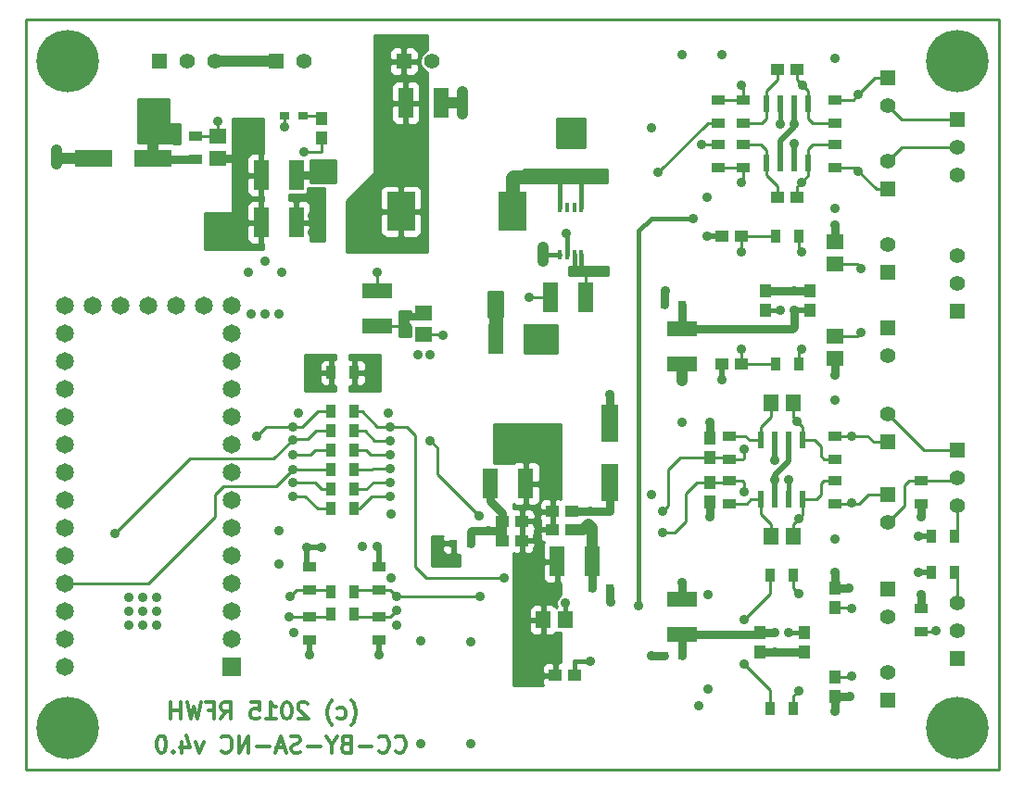
<source format=gbl>
G04 (created by PCBNEW (2013-07-07 BZR 4022)-stable) date 5/10/2015 2:36:51 PM*
%MOIN*%
G04 Gerber Fmt 3.4, Leading zero omitted, Abs format*
%FSLAX34Y34*%
G01*
G70*
G90*
G04 APERTURE LIST*
%ADD10C,0.006*%
%ADD11C,0.012*%
%ADD12C,0.01*%
%ADD13C,0.035*%
%ADD14R,0.0472441X0.0354331*%
%ADD15R,0.0354331X0.0472441*%
%ADD16R,0.0354331X0.0314961*%
%ADD17R,0.023622X0.0610236*%
%ADD18R,0.065X0.065*%
%ADD19C,0.065*%
%ADD20R,0.055X0.055*%
%ADD21C,0.055*%
%ADD22R,0.1X0.14*%
%ADD23R,0.0165354X0.0354331*%
%ADD24R,0.110236X0.0531496*%
%ADD25R,0.0531496X0.110236*%
%ADD26R,0.0610236X0.0531496*%
%ADD27R,0.0531496X0.0610236*%
%ADD28R,0.0452756X0.0433071*%
%ADD29R,0.0433071X0.0452756*%
%ADD30R,0.137795X0.0629921*%
%ADD31R,0.0629921X0.137795*%
%ADD32R,0.0314961X0.0314961*%
%ADD33C,0.224409*%
%ADD34C,0.02*%
%ADD35C,0.025*%
%ADD36C,0.03*%
%ADD37C,0.015*%
%ADD38C,0.04*%
%ADD39C,0.05*%
G04 APERTURE END LIST*
G54D10*
G54D11*
X51304Y-54325D02*
X51332Y-54354D01*
X51418Y-54382D01*
X51475Y-54382D01*
X51561Y-54354D01*
X51618Y-54297D01*
X51647Y-54240D01*
X51675Y-54125D01*
X51675Y-54040D01*
X51647Y-53925D01*
X51618Y-53868D01*
X51561Y-53811D01*
X51475Y-53782D01*
X51418Y-53782D01*
X51332Y-53811D01*
X51304Y-53840D01*
X50704Y-54325D02*
X50732Y-54354D01*
X50818Y-54382D01*
X50875Y-54382D01*
X50961Y-54354D01*
X51018Y-54297D01*
X51047Y-54240D01*
X51075Y-54125D01*
X51075Y-54040D01*
X51047Y-53925D01*
X51018Y-53868D01*
X50961Y-53811D01*
X50875Y-53782D01*
X50818Y-53782D01*
X50732Y-53811D01*
X50704Y-53840D01*
X50447Y-54154D02*
X49990Y-54154D01*
X49504Y-54068D02*
X49418Y-54097D01*
X49390Y-54125D01*
X49361Y-54182D01*
X49361Y-54268D01*
X49390Y-54325D01*
X49418Y-54354D01*
X49475Y-54382D01*
X49704Y-54382D01*
X49704Y-53782D01*
X49504Y-53782D01*
X49447Y-53811D01*
X49418Y-53840D01*
X49390Y-53897D01*
X49390Y-53954D01*
X49418Y-54011D01*
X49447Y-54040D01*
X49504Y-54068D01*
X49704Y-54068D01*
X48990Y-54097D02*
X48990Y-54382D01*
X49190Y-53782D02*
X48990Y-54097D01*
X48790Y-53782D01*
X48590Y-54154D02*
X48132Y-54154D01*
X47875Y-54354D02*
X47790Y-54382D01*
X47647Y-54382D01*
X47590Y-54354D01*
X47561Y-54325D01*
X47532Y-54268D01*
X47532Y-54211D01*
X47561Y-54154D01*
X47590Y-54125D01*
X47647Y-54097D01*
X47761Y-54068D01*
X47818Y-54040D01*
X47847Y-54011D01*
X47875Y-53954D01*
X47875Y-53897D01*
X47847Y-53840D01*
X47818Y-53811D01*
X47761Y-53782D01*
X47618Y-53782D01*
X47532Y-53811D01*
X47304Y-54211D02*
X47018Y-54211D01*
X47361Y-54382D02*
X47161Y-53782D01*
X46961Y-54382D01*
X46761Y-54154D02*
X46304Y-54154D01*
X46018Y-54382D02*
X46018Y-53782D01*
X45675Y-54382D01*
X45675Y-53782D01*
X45047Y-54325D02*
X45075Y-54354D01*
X45161Y-54382D01*
X45218Y-54382D01*
X45304Y-54354D01*
X45361Y-54297D01*
X45390Y-54240D01*
X45418Y-54125D01*
X45418Y-54040D01*
X45390Y-53925D01*
X45361Y-53868D01*
X45304Y-53811D01*
X45218Y-53782D01*
X45161Y-53782D01*
X45075Y-53811D01*
X45047Y-53840D01*
X44390Y-53982D02*
X44247Y-54382D01*
X44104Y-53982D01*
X43618Y-53982D02*
X43618Y-54382D01*
X43761Y-53754D02*
X43904Y-54182D01*
X43532Y-54182D01*
X43304Y-54325D02*
X43275Y-54354D01*
X43304Y-54382D01*
X43332Y-54354D01*
X43304Y-54325D01*
X43304Y-54382D01*
X42904Y-53782D02*
X42847Y-53782D01*
X42789Y-53811D01*
X42761Y-53840D01*
X42732Y-53897D01*
X42704Y-54011D01*
X42704Y-54154D01*
X42732Y-54268D01*
X42761Y-54325D01*
X42789Y-54354D01*
X42847Y-54382D01*
X42904Y-54382D01*
X42961Y-54354D01*
X42989Y-54325D01*
X43018Y-54268D01*
X43047Y-54154D01*
X43047Y-54011D01*
X43018Y-53897D01*
X42989Y-53840D01*
X42961Y-53811D01*
X42904Y-53782D01*
X49707Y-53401D02*
X49735Y-53372D01*
X49792Y-53287D01*
X49821Y-53230D01*
X49850Y-53144D01*
X49878Y-53001D01*
X49878Y-52887D01*
X49850Y-52744D01*
X49821Y-52658D01*
X49792Y-52601D01*
X49735Y-52515D01*
X49707Y-52487D01*
X49221Y-53144D02*
X49278Y-53172D01*
X49392Y-53172D01*
X49450Y-53144D01*
X49478Y-53115D01*
X49507Y-53058D01*
X49507Y-52887D01*
X49478Y-52830D01*
X49450Y-52801D01*
X49392Y-52772D01*
X49278Y-52772D01*
X49221Y-52801D01*
X49021Y-53401D02*
X48992Y-53372D01*
X48935Y-53287D01*
X48907Y-53230D01*
X48878Y-53144D01*
X48850Y-53001D01*
X48850Y-52887D01*
X48878Y-52744D01*
X48907Y-52658D01*
X48935Y-52601D01*
X48992Y-52515D01*
X49021Y-52487D01*
X48135Y-52630D02*
X48107Y-52601D01*
X48050Y-52572D01*
X47907Y-52572D01*
X47850Y-52601D01*
X47821Y-52630D01*
X47792Y-52687D01*
X47792Y-52744D01*
X47821Y-52830D01*
X48164Y-53172D01*
X47792Y-53172D01*
X47421Y-52572D02*
X47364Y-52572D01*
X47307Y-52601D01*
X47278Y-52630D01*
X47250Y-52687D01*
X47221Y-52801D01*
X47221Y-52944D01*
X47250Y-53058D01*
X47278Y-53115D01*
X47307Y-53144D01*
X47364Y-53172D01*
X47421Y-53172D01*
X47478Y-53144D01*
X47507Y-53115D01*
X47535Y-53058D01*
X47564Y-52944D01*
X47564Y-52801D01*
X47535Y-52687D01*
X47507Y-52630D01*
X47478Y-52601D01*
X47421Y-52572D01*
X46649Y-53172D02*
X46992Y-53172D01*
X46821Y-53172D02*
X46821Y-52572D01*
X46878Y-52658D01*
X46935Y-52715D01*
X46992Y-52744D01*
X46107Y-52572D02*
X46392Y-52572D01*
X46421Y-52858D01*
X46392Y-52830D01*
X46335Y-52801D01*
X46192Y-52801D01*
X46135Y-52830D01*
X46107Y-52858D01*
X46078Y-52915D01*
X46078Y-53058D01*
X46107Y-53115D01*
X46135Y-53144D01*
X46192Y-53172D01*
X46335Y-53172D01*
X46392Y-53144D01*
X46421Y-53115D01*
X45021Y-53172D02*
X45221Y-52887D01*
X45364Y-53172D02*
X45364Y-52572D01*
X45135Y-52572D01*
X45078Y-52601D01*
X45049Y-52630D01*
X45021Y-52687D01*
X45021Y-52772D01*
X45049Y-52830D01*
X45078Y-52858D01*
X45135Y-52887D01*
X45364Y-52887D01*
X44564Y-52858D02*
X44764Y-52858D01*
X44764Y-53172D02*
X44764Y-52572D01*
X44478Y-52572D01*
X44307Y-52572D02*
X44164Y-53172D01*
X44049Y-52744D01*
X43935Y-53172D01*
X43792Y-52572D01*
X43564Y-53172D02*
X43564Y-52572D01*
X43564Y-52858D02*
X43221Y-52858D01*
X43221Y-53172D02*
X43221Y-52572D01*
G54D12*
X38000Y-28000D02*
X73000Y-28000D01*
X38000Y-55000D02*
X38000Y-28000D01*
X73000Y-55000D02*
X38000Y-55000D01*
X73000Y-28000D02*
X73000Y-55000D01*
G54D13*
X55800Y-49850D03*
X55800Y-49400D03*
X55800Y-50300D03*
X55800Y-50750D03*
X55800Y-51650D03*
X55800Y-51200D03*
X56300Y-51200D03*
X56300Y-51650D03*
X56300Y-50750D03*
X56300Y-50300D03*
X56400Y-47950D03*
X56400Y-47050D03*
X56400Y-47500D03*
X56400Y-46150D03*
X56400Y-45700D03*
X56400Y-46600D03*
X56900Y-45150D03*
X42700Y-48800D03*
X42700Y-49300D03*
X42700Y-49800D03*
X42200Y-49800D03*
X42200Y-49300D03*
X42200Y-48800D03*
X56600Y-36700D03*
X56600Y-36200D03*
X57950Y-31750D03*
X57250Y-31750D03*
X50650Y-37100D03*
X56100Y-38000D03*
X56900Y-39850D03*
X56900Y-39150D03*
X50900Y-33100D03*
X50900Y-33750D03*
X52050Y-32100D03*
X51450Y-32100D03*
X50900Y-32500D03*
X50900Y-30600D03*
X50900Y-31200D03*
X50900Y-31850D03*
G54D14*
X62900Y-31713D03*
X62900Y-30886D03*
X63300Y-45413D03*
X63300Y-44586D03*
X63800Y-30886D03*
X63800Y-31713D03*
X63800Y-33313D03*
X63800Y-32486D03*
X44100Y-33013D03*
X44100Y-32186D03*
G54D15*
X65613Y-52800D03*
X64786Y-52800D03*
G54D14*
X67100Y-31713D03*
X67100Y-30886D03*
X63300Y-42986D03*
X63300Y-43813D03*
X67100Y-42986D03*
X67100Y-43813D03*
G54D15*
X65613Y-48000D03*
X64786Y-48000D03*
X71413Y-46600D03*
X70586Y-46600D03*
X71413Y-47900D03*
X70586Y-47900D03*
G54D14*
X70200Y-44586D03*
X70200Y-45413D03*
X70200Y-50013D03*
X70200Y-49186D03*
X48200Y-50313D03*
X48200Y-49486D03*
X48200Y-47686D03*
X48200Y-48513D03*
G54D15*
X64986Y-35800D03*
X65813Y-35800D03*
X64986Y-40400D03*
X65813Y-40400D03*
G54D14*
X50700Y-50313D03*
X50700Y-49486D03*
X50700Y-47686D03*
X50700Y-48513D03*
G54D15*
X48986Y-40700D03*
X49813Y-40700D03*
G54D14*
X67100Y-45413D03*
X67100Y-44586D03*
G54D15*
X48986Y-49400D03*
X49813Y-49400D03*
X48986Y-48600D03*
X49813Y-48600D03*
X48986Y-42100D03*
X49813Y-42100D03*
X48986Y-42800D03*
X49813Y-42800D03*
X48986Y-45600D03*
X49813Y-45600D03*
X48986Y-44900D03*
X49813Y-44900D03*
X48986Y-44200D03*
X49813Y-44200D03*
X48986Y-43500D03*
X49813Y-43500D03*
G54D14*
X62900Y-32486D03*
X62900Y-33313D03*
X67100Y-32486D03*
X67100Y-33313D03*
G54D16*
X47315Y-31450D03*
X47984Y-31450D03*
G54D17*
X65150Y-33162D03*
X64650Y-33162D03*
X65650Y-33162D03*
X66150Y-33162D03*
X66150Y-31037D03*
X65650Y-31037D03*
X64650Y-31037D03*
X65150Y-31037D03*
X65450Y-43137D03*
X65950Y-43137D03*
X64950Y-43137D03*
X64450Y-43137D03*
X64450Y-45262D03*
X64950Y-45262D03*
X65950Y-45262D03*
X65450Y-45262D03*
G54D18*
X45400Y-51300D03*
G54D19*
X45400Y-50300D03*
X45400Y-49300D03*
X45400Y-48300D03*
X45400Y-47300D03*
X45400Y-46300D03*
X45400Y-45300D03*
X45400Y-44300D03*
X45400Y-43300D03*
X45400Y-42300D03*
X45400Y-41300D03*
X45400Y-40300D03*
X45400Y-39300D03*
X45400Y-38300D03*
X44400Y-38300D03*
X43400Y-38300D03*
X42400Y-38300D03*
X41400Y-38300D03*
X40400Y-38300D03*
X39400Y-38300D03*
X39400Y-39300D03*
X39400Y-40300D03*
X39400Y-41300D03*
X39400Y-42300D03*
X39400Y-43300D03*
X39400Y-44300D03*
X39400Y-45300D03*
X39400Y-46300D03*
X39400Y-47300D03*
X39400Y-48300D03*
X39400Y-49300D03*
X39400Y-50300D03*
X39400Y-51300D03*
G54D20*
X42800Y-29500D03*
G54D21*
X43800Y-29500D03*
X44800Y-29500D03*
G54D20*
X71500Y-38500D03*
G54D21*
X71500Y-37500D03*
X71500Y-36500D03*
G54D20*
X71500Y-31600D03*
G54D21*
X71500Y-32600D03*
X71500Y-33600D03*
G54D20*
X71500Y-43500D03*
G54D21*
X71500Y-44500D03*
X71500Y-45500D03*
G54D20*
X71500Y-51000D03*
G54D21*
X71500Y-50000D03*
X71500Y-49000D03*
G54D20*
X47000Y-29500D03*
G54D21*
X48000Y-29500D03*
G54D20*
X51600Y-29500D03*
G54D21*
X52600Y-29500D03*
G54D20*
X69000Y-34092D03*
G54D21*
X69000Y-33107D03*
G54D20*
X69000Y-52492D03*
G54D21*
X69000Y-51507D03*
G54D20*
X69000Y-48507D03*
G54D21*
X69000Y-49492D03*
G54D20*
X69000Y-43192D03*
G54D21*
X69000Y-42207D03*
G54D20*
X69000Y-45107D03*
G54D21*
X69000Y-46092D03*
G54D20*
X69000Y-30107D03*
G54D21*
X69000Y-31092D03*
G54D20*
X69000Y-39107D03*
G54D21*
X69000Y-40092D03*
G54D20*
X69000Y-37092D03*
G54D21*
X69000Y-36107D03*
G54D22*
X55500Y-34900D03*
X51500Y-34900D03*
G54D23*
X57983Y-36446D03*
X57727Y-36446D03*
X57472Y-36446D03*
X57216Y-36446D03*
X57216Y-34753D03*
X57472Y-34753D03*
X57727Y-34753D03*
X57983Y-34753D03*
G54D24*
X57600Y-33629D03*
X57600Y-32370D03*
X61600Y-50129D03*
X61600Y-48870D03*
G54D25*
X47729Y-35300D03*
X46470Y-35300D03*
G54D24*
X50650Y-39029D03*
X50650Y-37770D03*
X61600Y-39120D03*
X61600Y-40379D03*
G54D25*
X51670Y-31000D03*
X52929Y-31000D03*
X47729Y-33600D03*
X46470Y-33600D03*
X54720Y-44700D03*
X55979Y-44700D03*
X58129Y-38000D03*
X56870Y-38000D03*
X54920Y-39500D03*
X56179Y-39500D03*
X58379Y-47500D03*
X57120Y-47500D03*
G54D26*
X44900Y-32206D03*
X44900Y-32993D03*
X67100Y-39406D03*
X67100Y-40193D03*
G54D27*
X65593Y-41800D03*
X64806Y-41800D03*
X57393Y-49600D03*
X56606Y-49600D03*
G54D26*
X67100Y-36006D03*
X67100Y-36793D03*
X52300Y-38556D03*
X52300Y-39343D03*
G54D27*
X65593Y-46600D03*
X64806Y-46600D03*
G54D28*
X55145Y-46750D03*
X55854Y-46750D03*
X57754Y-51600D03*
X57045Y-51600D03*
X55145Y-46050D03*
X55854Y-46050D03*
X57654Y-46350D03*
X56945Y-46350D03*
G54D29*
X48650Y-31545D03*
X48650Y-32254D03*
G54D28*
X57654Y-45700D03*
X56945Y-45700D03*
G54D29*
X62600Y-44645D03*
X62600Y-45354D03*
X62600Y-43754D03*
X62600Y-43045D03*
G54D28*
X63045Y-35800D03*
X63754Y-35800D03*
G54D29*
X66200Y-38454D03*
X66200Y-37745D03*
X64600Y-38454D03*
X64600Y-37745D03*
G54D28*
X63754Y-40400D03*
X63045Y-40400D03*
G54D29*
X67100Y-49154D03*
X67100Y-48445D03*
G54D28*
X65045Y-29800D03*
X65754Y-29800D03*
G54D29*
X64400Y-50045D03*
X64400Y-50754D03*
X67100Y-51645D03*
X67100Y-52354D03*
G54D28*
X65045Y-34400D03*
X65754Y-34400D03*
G54D29*
X66000Y-50045D03*
X66000Y-50754D03*
G54D30*
X42562Y-33000D03*
X40437Y-33000D03*
G54D31*
X59000Y-44662D03*
X59000Y-42537D03*
G54D32*
X53385Y-46850D03*
X54014Y-46850D03*
X60985Y-38250D03*
X61614Y-38250D03*
X60985Y-50900D03*
X61614Y-50900D03*
X58385Y-48450D03*
X59014Y-48450D03*
G54D13*
X48300Y-40700D03*
X48300Y-40200D03*
X48300Y-41200D03*
X50500Y-40200D03*
X50500Y-40700D03*
X50500Y-41200D03*
X45800Y-33600D03*
X45800Y-34200D03*
X45800Y-34800D03*
X44600Y-36000D03*
X45800Y-33000D03*
X45800Y-32400D03*
X45200Y-35200D03*
X44600Y-35200D03*
X45200Y-36000D03*
X45800Y-35400D03*
X45800Y-31800D03*
X45800Y-36000D03*
X48700Y-33200D03*
X48350Y-33600D03*
X49000Y-33600D03*
X47750Y-34450D03*
X48300Y-35050D03*
X48300Y-35650D03*
X48300Y-34450D03*
X50400Y-35600D03*
X50400Y-35100D03*
X49800Y-34600D03*
X50400Y-34600D03*
X49800Y-36100D03*
X50400Y-36100D03*
X46000Y-37100D03*
X46600Y-36700D03*
X47200Y-37100D03*
X48650Y-47000D03*
X48100Y-47000D03*
G54D33*
X71500Y-29500D03*
X71500Y-53500D03*
X39500Y-53500D03*
X39500Y-29500D03*
G54D13*
X39100Y-33200D03*
X39100Y-32700D03*
X42300Y-32100D03*
X42800Y-32100D03*
X43300Y-32100D03*
X42300Y-31100D03*
X42300Y-31600D03*
X53700Y-30600D03*
X53700Y-31400D03*
X54900Y-38550D03*
X54900Y-38000D03*
X51650Y-38700D03*
X51650Y-39200D03*
X52100Y-40050D03*
X52550Y-40050D03*
X50100Y-46950D03*
X50650Y-46950D03*
X52850Y-46850D03*
X53400Y-47400D03*
X52850Y-47400D03*
X56550Y-33650D03*
X56050Y-33650D03*
X58700Y-33650D03*
X57700Y-37050D03*
X58250Y-37050D03*
X58800Y-37050D03*
X46100Y-38600D03*
X46600Y-38600D03*
X47100Y-38600D03*
X41700Y-48800D03*
X41700Y-49300D03*
X41700Y-49800D03*
X54650Y-46400D03*
X56900Y-44250D03*
X56900Y-44700D03*
X52200Y-50350D03*
X50700Y-50850D03*
X60500Y-31900D03*
X61000Y-37750D03*
X60500Y-45100D03*
X60500Y-50900D03*
X58300Y-51100D03*
X59050Y-48950D03*
X54000Y-50400D03*
X52550Y-43150D03*
X54300Y-45850D03*
X51100Y-43150D03*
X67700Y-49186D03*
X67700Y-51613D03*
X63850Y-51200D03*
X63850Y-49600D03*
X65450Y-50050D03*
X62200Y-52700D03*
X65450Y-44550D03*
X67700Y-45400D03*
X67700Y-43000D03*
X63850Y-43450D03*
X60900Y-45700D03*
X63850Y-45000D03*
X60900Y-46450D03*
X68050Y-36950D03*
X68050Y-39250D03*
X60050Y-49100D03*
X62000Y-35150D03*
X65150Y-38450D03*
X65150Y-31750D03*
X60750Y-33500D03*
X62300Y-32500D03*
X67950Y-33450D03*
X67950Y-30700D03*
X51350Y-49250D03*
X54350Y-48750D03*
X51350Y-48750D03*
X57400Y-49000D03*
X51100Y-45150D03*
X51100Y-44650D03*
X51100Y-44150D03*
X51100Y-43650D03*
X55200Y-48100D03*
X51100Y-42650D03*
X48200Y-50850D03*
X47600Y-45150D03*
X47600Y-44650D03*
X46300Y-43000D03*
X47600Y-42650D03*
X41200Y-46500D03*
X47600Y-43113D03*
X47600Y-44200D03*
X47486Y-49486D03*
X47600Y-43650D03*
X47500Y-48750D03*
X47100Y-46400D03*
X47100Y-47600D03*
X47650Y-50050D03*
X47800Y-42150D03*
X70100Y-47900D03*
X70100Y-46600D03*
X59000Y-41500D03*
X61600Y-29250D03*
X63050Y-29250D03*
X67100Y-29400D03*
X67100Y-34800D03*
X65650Y-32450D03*
X62500Y-34400D03*
X62500Y-35800D03*
X61600Y-41000D03*
X63050Y-40950D03*
X65650Y-37750D03*
X67100Y-35400D03*
X67100Y-40800D03*
X67100Y-41700D03*
X67100Y-46700D03*
X64950Y-43845D03*
X62600Y-45900D03*
X62600Y-42500D03*
X61600Y-42500D03*
X70200Y-45900D03*
X70200Y-48700D03*
X67650Y-52350D03*
X67100Y-52900D03*
X67100Y-47900D03*
X67600Y-48450D03*
X62550Y-52100D03*
X62550Y-48700D03*
X61600Y-48250D03*
X64950Y-50754D03*
X54000Y-54050D03*
X52200Y-54050D03*
X56050Y-43800D03*
X56050Y-42800D03*
X55200Y-43800D03*
X55200Y-42800D03*
X51350Y-49800D03*
X51150Y-48100D03*
X51150Y-45800D03*
X51050Y-42150D03*
X48000Y-32750D03*
X44900Y-31650D03*
X64950Y-50050D03*
X65800Y-48650D03*
X65800Y-52150D03*
X64950Y-44550D03*
X65800Y-45950D03*
X65750Y-42450D03*
X65650Y-38450D03*
X65900Y-36350D03*
X65900Y-39850D03*
X63750Y-39850D03*
X63750Y-36350D03*
X65900Y-33850D03*
X65950Y-30350D03*
X63750Y-30350D03*
X63750Y-33850D03*
X65650Y-31750D03*
X70750Y-50000D03*
X58300Y-45700D03*
X58250Y-46150D03*
X47300Y-31850D03*
X57450Y-35700D03*
X53000Y-39350D03*
G54D12*
X50650Y-39029D02*
X51479Y-39029D01*
X51479Y-39029D02*
X51650Y-39200D01*
G54D34*
X50700Y-50313D02*
X50700Y-50850D01*
X50700Y-47686D02*
X50700Y-47000D01*
X50700Y-47000D02*
X50650Y-46950D01*
G54D35*
X51650Y-38700D02*
X52156Y-38700D01*
X52156Y-38700D02*
X52300Y-38556D01*
G54D12*
X58129Y-38000D02*
X58129Y-37170D01*
X58129Y-37170D02*
X58250Y-37050D01*
G54D36*
X60985Y-38250D02*
X60985Y-37764D01*
X60985Y-37764D02*
X61000Y-37750D01*
X60985Y-50900D02*
X60500Y-50900D01*
G54D37*
X57754Y-51104D02*
X57754Y-51600D01*
X57750Y-51100D02*
X57754Y-51104D01*
X58300Y-51100D02*
X57750Y-51100D01*
G54D36*
X59014Y-48450D02*
X59014Y-48914D01*
X59014Y-48914D02*
X59050Y-48950D01*
G54D37*
X57983Y-36446D02*
X57983Y-37033D01*
X58000Y-37050D02*
X58250Y-37050D01*
X57983Y-37033D02*
X58000Y-37050D01*
X57727Y-36446D02*
X57727Y-37022D01*
X57727Y-37022D02*
X57700Y-37050D01*
G54D12*
X52800Y-43400D02*
X52550Y-43150D01*
X52800Y-44350D02*
X52800Y-43400D01*
X54300Y-45850D02*
X52800Y-44350D01*
X49813Y-42800D02*
X50200Y-42800D01*
X50550Y-43150D02*
X51100Y-43150D01*
X50200Y-42800D02*
X50550Y-43150D01*
X67667Y-49154D02*
X67700Y-49186D01*
X67100Y-49154D02*
X67667Y-49154D01*
X67667Y-51645D02*
X67700Y-51613D01*
X67100Y-51645D02*
X67667Y-51645D01*
X64786Y-52800D02*
X64786Y-52136D01*
X64786Y-52136D02*
X63850Y-51200D01*
X64786Y-48000D02*
X64786Y-48663D01*
X64786Y-48663D02*
X63850Y-49600D01*
G54D37*
X65450Y-45262D02*
X65450Y-44550D01*
X66000Y-50045D02*
X65454Y-50045D01*
X65454Y-50045D02*
X65450Y-50050D01*
G54D12*
X67700Y-45400D02*
X67700Y-45413D01*
X67100Y-45413D02*
X67700Y-45413D01*
X67700Y-45413D02*
X67986Y-45413D01*
X68292Y-45107D02*
X69000Y-45107D01*
X67986Y-45413D02*
X68292Y-45107D01*
X67700Y-43000D02*
X67700Y-42986D01*
X69000Y-43192D02*
X68492Y-43192D01*
X68286Y-42986D02*
X67700Y-42986D01*
X67700Y-42986D02*
X67100Y-42986D01*
X68492Y-43192D02*
X68286Y-42986D01*
X63300Y-43813D02*
X63813Y-43813D01*
X63850Y-43776D02*
X63850Y-43450D01*
X63813Y-43813D02*
X63850Y-43776D01*
X62600Y-43754D02*
X63240Y-43754D01*
X63240Y-43754D02*
X63300Y-43813D01*
X62600Y-43754D02*
X61554Y-43754D01*
X61554Y-43754D02*
X61100Y-44208D01*
X61100Y-44208D02*
X61100Y-45500D01*
X61100Y-45500D02*
X60900Y-45700D01*
X63300Y-44586D02*
X63786Y-44586D01*
X63850Y-44650D02*
X63850Y-45000D01*
X63786Y-44586D02*
X63850Y-44650D01*
X62600Y-44645D02*
X63240Y-44645D01*
X63240Y-44645D02*
X63300Y-44586D01*
X62600Y-44645D02*
X62154Y-44645D01*
X62154Y-44645D02*
X61750Y-45050D01*
X61750Y-45050D02*
X61750Y-46050D01*
X61750Y-46050D02*
X61350Y-46450D01*
X61350Y-46450D02*
X60900Y-46450D01*
X67100Y-36793D02*
X67893Y-36793D01*
X67893Y-36793D02*
X68050Y-36950D01*
X67100Y-39406D02*
X67893Y-39406D01*
X67893Y-39406D02*
X68050Y-39250D01*
G54D37*
X60050Y-41700D02*
X60050Y-35600D01*
X60050Y-49100D02*
X60050Y-41700D01*
X60050Y-35600D02*
X60500Y-35150D01*
X60500Y-35150D02*
X62000Y-35150D01*
X65145Y-38454D02*
X64600Y-38454D01*
X65150Y-38450D02*
X65145Y-38454D01*
X65150Y-31750D02*
X65150Y-31037D01*
G54D12*
X62900Y-31713D02*
X62536Y-31713D01*
X62536Y-31713D02*
X60750Y-33500D01*
X62900Y-32486D02*
X62313Y-32486D01*
X62313Y-32486D02*
X62300Y-32500D01*
X69000Y-34092D02*
X68592Y-34092D01*
X67813Y-33313D02*
X67100Y-33313D01*
X68592Y-34092D02*
X67950Y-33450D01*
X67950Y-33450D02*
X67813Y-33313D01*
X69000Y-30107D02*
X68542Y-30107D01*
X67763Y-30886D02*
X67100Y-30886D01*
X68542Y-30107D02*
X67950Y-30700D01*
X67950Y-30700D02*
X67763Y-30886D01*
X51113Y-49486D02*
X50700Y-49486D01*
X51350Y-49250D02*
X51113Y-49486D01*
X50700Y-49486D02*
X49900Y-49486D01*
X49900Y-49486D02*
X49813Y-49400D01*
X51350Y-48750D02*
X54350Y-48750D01*
X50700Y-48513D02*
X51113Y-48513D01*
X51113Y-48513D02*
X51350Y-48750D01*
X50700Y-48513D02*
X49900Y-48513D01*
X49900Y-48513D02*
X49813Y-48600D01*
G54D37*
X57393Y-49006D02*
X57393Y-49600D01*
X57400Y-49000D02*
X57393Y-49006D01*
G54D12*
X49813Y-45600D02*
X50000Y-45600D01*
X50450Y-45150D02*
X51100Y-45150D01*
X50000Y-45600D02*
X50450Y-45150D01*
X49813Y-44900D02*
X50250Y-44900D01*
X50500Y-44650D02*
X51100Y-44650D01*
X50250Y-44900D02*
X50500Y-44650D01*
X49813Y-44200D02*
X50450Y-44200D01*
X50500Y-44150D02*
X51100Y-44150D01*
X50450Y-44200D02*
X50500Y-44150D01*
X49813Y-43500D02*
X50250Y-43500D01*
X50400Y-43650D02*
X51100Y-43650D01*
X50250Y-43500D02*
X50400Y-43650D01*
X51100Y-42650D02*
X51700Y-42650D01*
X52400Y-48100D02*
X55200Y-48100D01*
X52000Y-47700D02*
X52400Y-48100D01*
X52000Y-42950D02*
X52000Y-47700D01*
X51700Y-42650D02*
X52000Y-42950D01*
X49813Y-42100D02*
X50100Y-42100D01*
X50650Y-42650D02*
X51100Y-42650D01*
X50100Y-42100D02*
X50650Y-42650D01*
G54D34*
X48200Y-50313D02*
X48200Y-50850D01*
X48100Y-47000D02*
X48100Y-47586D01*
X48100Y-47586D02*
X48200Y-47686D01*
X48100Y-47000D02*
X48650Y-47000D01*
G54D12*
X48500Y-45600D02*
X48986Y-45600D01*
X47600Y-45150D02*
X48050Y-45150D01*
X48050Y-45150D02*
X48500Y-45600D01*
X47600Y-44650D02*
X48400Y-44650D01*
X48400Y-44650D02*
X48650Y-44900D01*
X48650Y-44900D02*
X48986Y-44900D01*
X46650Y-42650D02*
X47600Y-42650D01*
X46300Y-43000D02*
X46650Y-42650D01*
X48500Y-42100D02*
X48986Y-42100D01*
X47600Y-42650D02*
X47950Y-42650D01*
X47950Y-42650D02*
X48500Y-42100D01*
X46913Y-43800D02*
X47600Y-43113D01*
X43900Y-43800D02*
X46913Y-43800D01*
X41200Y-46500D02*
X43900Y-43800D01*
X48986Y-42800D02*
X48450Y-42800D01*
X47613Y-43100D02*
X47600Y-43113D01*
X47613Y-43100D02*
X48150Y-43100D01*
X48150Y-43100D02*
X48450Y-42800D01*
X39400Y-48300D02*
X42400Y-48300D01*
X47000Y-44800D02*
X47600Y-44200D01*
X45100Y-44800D02*
X47000Y-44800D01*
X44800Y-45100D02*
X45100Y-44800D01*
X44800Y-45900D02*
X44800Y-45100D01*
X42400Y-48300D02*
X44800Y-45900D01*
X48986Y-44200D02*
X47600Y-44200D01*
X48200Y-49486D02*
X47486Y-49486D01*
X48200Y-49486D02*
X48900Y-49486D01*
X48900Y-49486D02*
X48986Y-49400D01*
X48400Y-43500D02*
X48986Y-43500D01*
X47600Y-43650D02*
X48250Y-43650D01*
X48250Y-43650D02*
X48400Y-43500D01*
X48200Y-48513D02*
X48900Y-48513D01*
X48900Y-48513D02*
X48986Y-48600D01*
X47736Y-48513D02*
X48200Y-48513D01*
X47500Y-48750D02*
X47736Y-48513D01*
G54D34*
X70586Y-47900D02*
X70100Y-47900D01*
X70586Y-46600D02*
X70100Y-46600D01*
G54D12*
X56870Y-38000D02*
X56100Y-38000D01*
X50650Y-37770D02*
X50650Y-37100D01*
G54D36*
X59000Y-42537D02*
X59000Y-41500D01*
G54D34*
X65650Y-33162D02*
X65650Y-32450D01*
X63045Y-35800D02*
X62500Y-35800D01*
G54D38*
X61600Y-40379D02*
X61600Y-41000D01*
G54D34*
X63045Y-40400D02*
X63045Y-40945D01*
X63045Y-40945D02*
X63050Y-40950D01*
X65650Y-37750D02*
X65650Y-37745D01*
G54D36*
X66200Y-37745D02*
X65650Y-37745D01*
X65650Y-37745D02*
X64600Y-37745D01*
X67100Y-36006D02*
X67100Y-35400D01*
X67100Y-40193D02*
X67100Y-40800D01*
G54D34*
X64950Y-43845D02*
X64950Y-43137D01*
G54D36*
X62600Y-45354D02*
X62600Y-45900D01*
X62600Y-43045D02*
X62600Y-42500D01*
X70200Y-45413D02*
X70200Y-45900D01*
X70200Y-49186D02*
X70200Y-48700D01*
X67100Y-52354D02*
X67645Y-52354D01*
X67645Y-52354D02*
X67650Y-52350D01*
X67100Y-52354D02*
X67100Y-52900D01*
X67100Y-48445D02*
X67100Y-47900D01*
X67100Y-48445D02*
X67595Y-48445D01*
X67595Y-48445D02*
X67600Y-48450D01*
X61600Y-48870D02*
X61600Y-48250D01*
X64400Y-50754D02*
X64950Y-50754D01*
X64950Y-50754D02*
X66000Y-50754D01*
G54D37*
X57216Y-36446D02*
X56600Y-36446D01*
G54D38*
X56600Y-36200D02*
X56600Y-36446D01*
X56600Y-36446D02*
X56600Y-36700D01*
X53700Y-31000D02*
X52929Y-31000D01*
X53700Y-30600D02*
X53700Y-31000D01*
X53700Y-31000D02*
X53700Y-31400D01*
X39100Y-33000D02*
X40437Y-33000D01*
X39100Y-32700D02*
X39100Y-33000D01*
X39100Y-33000D02*
X39100Y-33200D01*
G54D36*
X44900Y-32993D02*
X45793Y-32993D01*
X45793Y-32993D02*
X45800Y-33000D01*
G54D37*
X57983Y-34753D02*
X57983Y-33716D01*
X57897Y-33629D02*
X57600Y-33629D01*
X57983Y-33716D02*
X57897Y-33629D01*
X57216Y-34753D02*
X57216Y-33766D01*
X57352Y-33629D02*
X57600Y-33629D01*
X57216Y-33766D02*
X57352Y-33629D01*
G54D39*
X55500Y-34900D02*
X55500Y-33700D01*
X55550Y-33650D02*
X56050Y-33650D01*
X55500Y-33700D02*
X55550Y-33650D01*
G54D38*
X42562Y-33000D02*
X42562Y-32362D01*
X42562Y-32362D02*
X42300Y-32100D01*
G54D36*
X44100Y-33013D02*
X42576Y-33013D01*
X42576Y-33013D02*
X42562Y-33000D01*
X47729Y-33600D02*
X49000Y-33600D01*
G54D12*
X48000Y-32750D02*
X48650Y-32750D01*
X48650Y-32750D02*
X48650Y-32254D01*
X44900Y-32206D02*
X44900Y-31650D01*
X44100Y-32186D02*
X44880Y-32186D01*
X44880Y-32186D02*
X44900Y-32206D01*
G54D36*
X64400Y-50045D02*
X64945Y-50045D01*
X64945Y-50045D02*
X64950Y-50050D01*
X61600Y-50129D02*
X64315Y-50129D01*
X64315Y-50129D02*
X64400Y-50045D01*
X61614Y-50900D02*
X61614Y-50144D01*
X61614Y-50144D02*
X61600Y-50129D01*
G54D12*
X65613Y-48000D02*
X65613Y-48463D01*
X65613Y-48463D02*
X65800Y-48650D01*
X65613Y-52800D02*
X65613Y-52336D01*
X65613Y-52336D02*
X65800Y-52150D01*
G54D34*
X65450Y-43137D02*
X65450Y-43900D01*
X64950Y-44400D02*
X64950Y-44550D01*
X65450Y-43900D02*
X64950Y-44400D01*
X64950Y-45262D02*
X64950Y-44550D01*
G54D12*
X64806Y-41800D02*
X64806Y-42293D01*
X64450Y-42650D02*
X64450Y-43137D01*
X64806Y-42293D02*
X64450Y-42650D01*
X63300Y-42986D02*
X63886Y-42986D01*
X64037Y-43137D02*
X64450Y-43137D01*
X63886Y-42986D02*
X64037Y-43137D01*
X67100Y-44586D02*
X66713Y-44586D01*
X66437Y-45262D02*
X65950Y-45262D01*
X66600Y-45100D02*
X66437Y-45262D01*
X66600Y-44700D02*
X66600Y-45100D01*
X66713Y-44586D02*
X66600Y-44700D01*
X65593Y-46600D02*
X65593Y-46156D01*
X65950Y-45800D02*
X65950Y-45262D01*
X65593Y-46156D02*
X65800Y-45950D01*
X65800Y-45950D02*
X65950Y-45800D01*
X64806Y-46600D02*
X64806Y-46156D01*
X64450Y-45800D02*
X64450Y-45262D01*
X64806Y-46156D02*
X64450Y-45800D01*
X63300Y-45413D02*
X63936Y-45413D01*
X64087Y-45262D02*
X64450Y-45262D01*
X63936Y-45413D02*
X64087Y-45262D01*
X67100Y-43813D02*
X66713Y-43813D01*
X66387Y-43137D02*
X65950Y-43137D01*
X66600Y-43350D02*
X66387Y-43137D01*
X66600Y-43700D02*
X66600Y-43350D01*
X66713Y-43813D02*
X66600Y-43700D01*
X65593Y-41800D02*
X65593Y-42293D01*
X65950Y-42650D02*
X65950Y-43137D01*
X65593Y-42293D02*
X65750Y-42450D01*
X65750Y-42450D02*
X65950Y-42650D01*
G54D36*
X61600Y-39120D02*
X65579Y-39120D01*
X65650Y-39050D02*
X65650Y-38450D01*
X65579Y-39120D02*
X65650Y-39050D01*
X61614Y-38250D02*
X61614Y-39105D01*
X61614Y-39105D02*
X61600Y-39120D01*
G54D34*
X66200Y-38454D02*
X65654Y-38454D01*
X65654Y-38454D02*
X65650Y-38450D01*
G54D12*
X65813Y-35800D02*
X65813Y-36263D01*
X65813Y-36263D02*
X65900Y-36350D01*
X65813Y-40400D02*
X65813Y-39936D01*
X65813Y-39936D02*
X65900Y-39850D01*
X63754Y-40400D02*
X63754Y-39854D01*
X63754Y-39854D02*
X63750Y-39850D01*
X63754Y-40400D02*
X64986Y-40400D01*
X63754Y-35800D02*
X63754Y-36345D01*
X63754Y-36345D02*
X63750Y-36350D01*
X64986Y-35800D02*
X63754Y-35800D01*
X66150Y-33162D02*
X66150Y-33600D01*
X65754Y-33995D02*
X65754Y-34400D01*
X66150Y-33600D02*
X65900Y-33850D01*
X65900Y-33850D02*
X65754Y-33995D01*
X67100Y-32486D02*
X66313Y-32486D01*
X66150Y-32650D02*
X66150Y-33162D01*
X66313Y-32486D02*
X66150Y-32650D01*
X65754Y-29800D02*
X65754Y-30154D01*
X66150Y-30550D02*
X66150Y-31037D01*
X65754Y-30154D02*
X65950Y-30350D01*
X65950Y-30350D02*
X66150Y-30550D01*
X67100Y-31713D02*
X66313Y-31713D01*
X66150Y-31550D02*
X66150Y-31037D01*
X66313Y-31713D02*
X66150Y-31550D01*
X63800Y-30400D02*
X63800Y-30886D01*
X63750Y-30350D02*
X63800Y-30400D01*
X62900Y-30886D02*
X63800Y-30886D01*
X63800Y-33800D02*
X63800Y-33313D01*
X63750Y-33850D02*
X63800Y-33800D01*
X63800Y-33313D02*
X62900Y-33313D01*
X64650Y-31037D02*
X64650Y-30550D01*
X65045Y-30154D02*
X65045Y-29800D01*
X64650Y-30550D02*
X65045Y-30154D01*
X64650Y-31037D02*
X64650Y-31550D01*
X64486Y-31713D02*
X63800Y-31713D01*
X64650Y-31550D02*
X64486Y-31713D01*
X64650Y-33162D02*
X64650Y-32700D01*
X64436Y-32486D02*
X63800Y-32486D01*
X64650Y-32700D02*
X64436Y-32486D01*
X65045Y-34400D02*
X65045Y-34004D01*
X64650Y-33608D02*
X64650Y-33162D01*
X65045Y-34004D02*
X64650Y-33608D01*
G54D34*
X65150Y-33162D02*
X65150Y-32350D01*
X65650Y-31850D02*
X65650Y-31750D01*
X65150Y-32350D02*
X65650Y-31850D01*
X65650Y-31750D02*
X65650Y-31037D01*
G54D36*
X55145Y-46050D02*
X55145Y-45745D01*
X54720Y-45320D02*
X54720Y-44700D01*
X55145Y-45745D02*
X54720Y-45320D01*
X55145Y-46400D02*
X54650Y-46400D01*
X55145Y-46050D02*
X55145Y-46400D01*
X55145Y-46400D02*
X55145Y-46750D01*
X54014Y-46850D02*
X54014Y-46435D01*
X54014Y-46435D02*
X54050Y-46400D01*
X54050Y-46400D02*
X54650Y-46400D01*
G54D12*
X71500Y-49000D02*
X71500Y-47986D01*
X71500Y-47986D02*
X71413Y-47900D01*
X71500Y-32600D02*
X69507Y-32600D01*
X69507Y-32600D02*
X69000Y-33107D01*
X71500Y-31600D02*
X69507Y-31600D01*
X69507Y-31600D02*
X69000Y-31092D01*
X70200Y-50013D02*
X70736Y-50013D01*
X70736Y-50013D02*
X70750Y-50000D01*
X71500Y-45500D02*
X71500Y-46513D01*
X71500Y-46513D02*
X71413Y-46600D01*
X70200Y-44586D02*
X71413Y-44586D01*
X71413Y-44586D02*
X71500Y-44500D01*
X69000Y-46092D02*
X69007Y-46092D01*
X69763Y-44586D02*
X70200Y-44586D01*
X69600Y-44750D02*
X69763Y-44586D01*
X69600Y-45500D02*
X69600Y-44750D01*
X69007Y-46092D02*
X69600Y-45500D01*
X69000Y-42207D02*
X69007Y-42207D01*
X70300Y-43500D02*
X71500Y-43500D01*
X69007Y-42207D02*
X70300Y-43500D01*
G54D36*
X59000Y-44662D02*
X59000Y-45700D01*
X59000Y-45700D02*
X58300Y-45700D01*
X58300Y-45700D02*
X57654Y-45700D01*
G54D38*
X58379Y-47500D02*
X58379Y-46279D01*
X58379Y-46279D02*
X58250Y-46150D01*
X57654Y-46350D02*
X58050Y-46350D01*
X58050Y-46350D02*
X58250Y-46150D01*
G54D36*
X58385Y-48450D02*
X58385Y-47505D01*
X58385Y-47505D02*
X58379Y-47500D01*
G54D38*
X47000Y-29500D02*
X44800Y-29500D01*
G54D12*
X47315Y-31450D02*
X47315Y-31834D01*
X47315Y-31834D02*
X47300Y-31850D01*
X47984Y-31450D02*
X48554Y-31450D01*
X48554Y-31450D02*
X48650Y-31545D01*
G54D37*
X57472Y-36446D02*
X57472Y-35722D01*
X57472Y-35722D02*
X57450Y-35700D01*
G54D12*
X52300Y-39343D02*
X52993Y-39343D01*
X52993Y-39343D02*
X53000Y-39350D01*
G54D39*
X54920Y-39500D02*
X54920Y-38570D01*
X54920Y-38570D02*
X54900Y-38550D01*
G54D10*
G36*
X49150Y-41350D02*
X48936Y-41350D01*
X48936Y-41123D01*
X48936Y-40750D01*
X48936Y-40650D01*
X48936Y-40276D01*
X48874Y-40213D01*
X48759Y-40213D01*
X48668Y-40251D01*
X48597Y-40321D01*
X48559Y-40413D01*
X48559Y-40513D01*
X48559Y-40587D01*
X48621Y-40650D01*
X48936Y-40650D01*
X48936Y-40750D01*
X48621Y-40750D01*
X48559Y-40812D01*
X48559Y-40886D01*
X48559Y-40986D01*
X48597Y-41078D01*
X48668Y-41148D01*
X48759Y-41186D01*
X48874Y-41186D01*
X48936Y-41123D01*
X48936Y-41350D01*
X48050Y-41350D01*
X48050Y-40050D01*
X49150Y-40050D01*
X49150Y-40213D01*
X49099Y-40213D01*
X49036Y-40276D01*
X49036Y-40650D01*
X49044Y-40650D01*
X49044Y-40750D01*
X49036Y-40750D01*
X49036Y-41123D01*
X49099Y-41186D01*
X49150Y-41186D01*
X49150Y-41350D01*
X49150Y-41350D01*
G37*
G54D12*
X49150Y-41350D02*
X48936Y-41350D01*
X48936Y-41123D01*
X48936Y-40750D01*
X48936Y-40650D01*
X48936Y-40276D01*
X48874Y-40213D01*
X48759Y-40213D01*
X48668Y-40251D01*
X48597Y-40321D01*
X48559Y-40413D01*
X48559Y-40513D01*
X48559Y-40587D01*
X48621Y-40650D01*
X48936Y-40650D01*
X48936Y-40750D01*
X48621Y-40750D01*
X48559Y-40812D01*
X48559Y-40886D01*
X48559Y-40986D01*
X48597Y-41078D01*
X48668Y-41148D01*
X48759Y-41186D01*
X48874Y-41186D01*
X48936Y-41123D01*
X48936Y-41350D01*
X48050Y-41350D01*
X48050Y-40050D01*
X49150Y-40050D01*
X49150Y-40213D01*
X49099Y-40213D01*
X49036Y-40276D01*
X49036Y-40650D01*
X49044Y-40650D01*
X49044Y-40750D01*
X49036Y-40750D01*
X49036Y-41123D01*
X49099Y-41186D01*
X49150Y-41186D01*
X49150Y-41350D01*
G54D10*
G36*
X50750Y-41350D02*
X50240Y-41350D01*
X50240Y-40886D01*
X50240Y-40513D01*
X50240Y-40413D01*
X50202Y-40321D01*
X50131Y-40251D01*
X50040Y-40213D01*
X49925Y-40213D01*
X49863Y-40276D01*
X49863Y-40650D01*
X50178Y-40650D01*
X50240Y-40587D01*
X50240Y-40513D01*
X50240Y-40886D01*
X50240Y-40812D01*
X50178Y-40750D01*
X49863Y-40750D01*
X49863Y-41123D01*
X49925Y-41186D01*
X50040Y-41186D01*
X50131Y-41148D01*
X50202Y-41078D01*
X50240Y-40986D01*
X50240Y-40886D01*
X50240Y-41350D01*
X49650Y-41350D01*
X49650Y-41186D01*
X49700Y-41186D01*
X49763Y-41123D01*
X49763Y-40750D01*
X49755Y-40750D01*
X49755Y-40650D01*
X49763Y-40650D01*
X49763Y-40276D01*
X49700Y-40213D01*
X49650Y-40213D01*
X49650Y-40050D01*
X50750Y-40050D01*
X50750Y-41350D01*
X50750Y-41350D01*
G37*
G54D12*
X50750Y-41350D02*
X50240Y-41350D01*
X50240Y-40886D01*
X50240Y-40513D01*
X50240Y-40413D01*
X50202Y-40321D01*
X50131Y-40251D01*
X50040Y-40213D01*
X49925Y-40213D01*
X49863Y-40276D01*
X49863Y-40650D01*
X50178Y-40650D01*
X50240Y-40587D01*
X50240Y-40513D01*
X50240Y-40886D01*
X50240Y-40812D01*
X50178Y-40750D01*
X49863Y-40750D01*
X49863Y-41123D01*
X49925Y-41186D01*
X50040Y-41186D01*
X50131Y-41148D01*
X50202Y-41078D01*
X50240Y-40986D01*
X50240Y-40886D01*
X50240Y-41350D01*
X49650Y-41350D01*
X49650Y-41186D01*
X49700Y-41186D01*
X49763Y-41123D01*
X49763Y-40750D01*
X49755Y-40750D01*
X49755Y-40650D01*
X49763Y-40650D01*
X49763Y-40276D01*
X49700Y-40213D01*
X49650Y-40213D01*
X49650Y-40050D01*
X50750Y-40050D01*
X50750Y-41350D01*
G54D10*
G36*
X46550Y-36250D02*
X46420Y-36250D01*
X46420Y-36038D01*
X46420Y-35350D01*
X46420Y-35250D01*
X46420Y-34561D01*
X46420Y-34338D01*
X46420Y-33650D01*
X46420Y-33550D01*
X46420Y-32861D01*
X46357Y-32798D01*
X46154Y-32798D01*
X46062Y-32836D01*
X45992Y-32907D01*
X45954Y-32998D01*
X45954Y-33098D01*
X45954Y-33487D01*
X46016Y-33550D01*
X46420Y-33550D01*
X46420Y-33650D01*
X46016Y-33650D01*
X45954Y-33712D01*
X45954Y-34101D01*
X45954Y-34201D01*
X45992Y-34292D01*
X46062Y-34363D01*
X46154Y-34401D01*
X46357Y-34401D01*
X46420Y-34338D01*
X46420Y-34561D01*
X46357Y-34498D01*
X46154Y-34498D01*
X46062Y-34536D01*
X45992Y-34607D01*
X45954Y-34698D01*
X45954Y-34798D01*
X45954Y-35187D01*
X46016Y-35250D01*
X46420Y-35250D01*
X46420Y-35350D01*
X46016Y-35350D01*
X45954Y-35412D01*
X45954Y-35801D01*
X45954Y-35901D01*
X45992Y-35992D01*
X46062Y-36063D01*
X46154Y-36101D01*
X46357Y-36101D01*
X46420Y-36038D01*
X46420Y-36250D01*
X44450Y-36250D01*
X44450Y-34950D01*
X45450Y-34950D01*
X45450Y-33321D01*
X45455Y-33308D01*
X45455Y-33106D01*
X45450Y-33101D01*
X45450Y-32886D01*
X45455Y-32881D01*
X45455Y-32678D01*
X45450Y-32665D01*
X45450Y-31550D01*
X46550Y-31550D01*
X46550Y-32831D01*
X46520Y-32861D01*
X46520Y-33550D01*
X46527Y-33550D01*
X46527Y-33650D01*
X46520Y-33650D01*
X46520Y-34338D01*
X46550Y-34368D01*
X46550Y-34531D01*
X46520Y-34561D01*
X46520Y-35250D01*
X46527Y-35250D01*
X46527Y-35350D01*
X46520Y-35350D01*
X46520Y-36038D01*
X46550Y-36068D01*
X46550Y-36250D01*
X46550Y-36250D01*
G37*
G54D12*
X46550Y-36250D02*
X46420Y-36250D01*
X46420Y-36038D01*
X46420Y-35350D01*
X46420Y-35250D01*
X46420Y-34561D01*
X46420Y-34338D01*
X46420Y-33650D01*
X46420Y-33550D01*
X46420Y-32861D01*
X46357Y-32798D01*
X46154Y-32798D01*
X46062Y-32836D01*
X45992Y-32907D01*
X45954Y-32998D01*
X45954Y-33098D01*
X45954Y-33487D01*
X46016Y-33550D01*
X46420Y-33550D01*
X46420Y-33650D01*
X46016Y-33650D01*
X45954Y-33712D01*
X45954Y-34101D01*
X45954Y-34201D01*
X45992Y-34292D01*
X46062Y-34363D01*
X46154Y-34401D01*
X46357Y-34401D01*
X46420Y-34338D01*
X46420Y-34561D01*
X46357Y-34498D01*
X46154Y-34498D01*
X46062Y-34536D01*
X45992Y-34607D01*
X45954Y-34698D01*
X45954Y-34798D01*
X45954Y-35187D01*
X46016Y-35250D01*
X46420Y-35250D01*
X46420Y-35350D01*
X46016Y-35350D01*
X45954Y-35412D01*
X45954Y-35801D01*
X45954Y-35901D01*
X45992Y-35992D01*
X46062Y-36063D01*
X46154Y-36101D01*
X46357Y-36101D01*
X46420Y-36038D01*
X46420Y-36250D01*
X44450Y-36250D01*
X44450Y-34950D01*
X45450Y-34950D01*
X45450Y-33321D01*
X45455Y-33308D01*
X45455Y-33106D01*
X45450Y-33101D01*
X45450Y-32886D01*
X45455Y-32881D01*
X45455Y-32678D01*
X45450Y-32665D01*
X45450Y-31550D01*
X46550Y-31550D01*
X46550Y-32831D01*
X46520Y-32861D01*
X46520Y-33550D01*
X46527Y-33550D01*
X46527Y-33650D01*
X46520Y-33650D01*
X46520Y-34338D01*
X46550Y-34368D01*
X46550Y-34531D01*
X46520Y-34561D01*
X46520Y-35250D01*
X46527Y-35250D01*
X46527Y-35350D01*
X46520Y-35350D01*
X46520Y-36038D01*
X46550Y-36068D01*
X46550Y-36250D01*
G54D10*
G36*
X49150Y-33850D02*
X48245Y-33850D01*
X48245Y-33712D01*
X48183Y-33650D01*
X47779Y-33650D01*
X47779Y-33657D01*
X47679Y-33657D01*
X47679Y-33650D01*
X47672Y-33650D01*
X47672Y-33550D01*
X47679Y-33550D01*
X47679Y-33542D01*
X47779Y-33542D01*
X47779Y-33550D01*
X48183Y-33550D01*
X48245Y-33487D01*
X48245Y-33098D01*
X48245Y-33050D01*
X49150Y-33050D01*
X49150Y-33850D01*
X49150Y-33850D01*
G37*
G54D12*
X49150Y-33850D02*
X48245Y-33850D01*
X48245Y-33712D01*
X48183Y-33650D01*
X47779Y-33650D01*
X47779Y-33657D01*
X47679Y-33657D01*
X47679Y-33650D01*
X47672Y-33650D01*
X47672Y-33550D01*
X47679Y-33550D01*
X47679Y-33542D01*
X47779Y-33542D01*
X47779Y-33550D01*
X48183Y-33550D01*
X48245Y-33487D01*
X48245Y-33098D01*
X48245Y-33050D01*
X49150Y-33050D01*
X49150Y-33850D01*
G54D10*
G36*
X48750Y-35950D02*
X48225Y-35950D01*
X48245Y-35901D01*
X48245Y-35801D01*
X48245Y-34798D01*
X48245Y-34698D01*
X48207Y-34607D01*
X48137Y-34536D01*
X48045Y-34498D01*
X47842Y-34498D01*
X47779Y-34561D01*
X47779Y-35250D01*
X48183Y-35250D01*
X48245Y-35187D01*
X48245Y-34798D01*
X48245Y-35801D01*
X48245Y-35412D01*
X48183Y-35350D01*
X47779Y-35350D01*
X47779Y-35357D01*
X47679Y-35357D01*
X47679Y-35350D01*
X47672Y-35350D01*
X47672Y-35250D01*
X47679Y-35250D01*
X47679Y-34561D01*
X47617Y-34498D01*
X47475Y-34498D01*
X47475Y-34301D01*
X47493Y-34301D01*
X48025Y-34301D01*
X48080Y-34278D01*
X48122Y-34236D01*
X48145Y-34181D01*
X48145Y-34121D01*
X48145Y-34050D01*
X48750Y-34050D01*
X48750Y-35950D01*
X48750Y-35950D01*
G37*
G54D12*
X48750Y-35950D02*
X48225Y-35950D01*
X48245Y-35901D01*
X48245Y-35801D01*
X48245Y-34798D01*
X48245Y-34698D01*
X48207Y-34607D01*
X48137Y-34536D01*
X48045Y-34498D01*
X47842Y-34498D01*
X47779Y-34561D01*
X47779Y-35250D01*
X48183Y-35250D01*
X48245Y-35187D01*
X48245Y-34798D01*
X48245Y-35801D01*
X48245Y-35412D01*
X48183Y-35350D01*
X47779Y-35350D01*
X47779Y-35357D01*
X47679Y-35357D01*
X47679Y-35350D01*
X47672Y-35350D01*
X47672Y-35250D01*
X47679Y-35250D01*
X47679Y-34561D01*
X47617Y-34498D01*
X47475Y-34498D01*
X47475Y-34301D01*
X47493Y-34301D01*
X48025Y-34301D01*
X48080Y-34278D01*
X48122Y-34236D01*
X48145Y-34181D01*
X48145Y-34121D01*
X48145Y-34050D01*
X48750Y-34050D01*
X48750Y-35950D01*
G54D10*
G36*
X43550Y-32450D02*
X43337Y-32450D01*
X43301Y-32435D01*
X43202Y-32434D01*
X42675Y-32435D01*
X42660Y-32450D01*
X42465Y-32450D01*
X42450Y-32435D01*
X42050Y-32435D01*
X42050Y-30850D01*
X43150Y-30850D01*
X43150Y-31750D01*
X43550Y-31750D01*
X43550Y-32450D01*
X43550Y-32450D01*
G37*
G54D12*
X43550Y-32450D02*
X43337Y-32450D01*
X43301Y-32435D01*
X43202Y-32434D01*
X42675Y-32435D01*
X42660Y-32450D01*
X42465Y-32450D01*
X42450Y-32435D01*
X42050Y-32435D01*
X42050Y-30850D01*
X43150Y-30850D01*
X43150Y-31750D01*
X43550Y-31750D01*
X43550Y-32450D01*
G54D10*
G36*
X52450Y-36350D02*
X52250Y-36350D01*
X52250Y-35649D01*
X52250Y-34150D01*
X52212Y-34058D01*
X52185Y-34032D01*
X52185Y-31501D01*
X52185Y-30498D01*
X52185Y-30398D01*
X52147Y-30307D01*
X52125Y-30284D01*
X52125Y-29725D01*
X52125Y-29274D01*
X52124Y-29175D01*
X52086Y-29083D01*
X52016Y-29012D01*
X51924Y-28974D01*
X51712Y-28975D01*
X51650Y-29037D01*
X51650Y-29450D01*
X52062Y-29450D01*
X52125Y-29387D01*
X52125Y-29274D01*
X52125Y-29725D01*
X52125Y-29612D01*
X52062Y-29550D01*
X51650Y-29550D01*
X51650Y-29962D01*
X51712Y-30025D01*
X51924Y-30025D01*
X52016Y-29987D01*
X52086Y-29916D01*
X52124Y-29824D01*
X52125Y-29725D01*
X52125Y-30284D01*
X52077Y-30236D01*
X51985Y-30198D01*
X51782Y-30198D01*
X51720Y-30261D01*
X51720Y-30950D01*
X52123Y-30950D01*
X52185Y-30887D01*
X52185Y-30498D01*
X52185Y-31501D01*
X52185Y-31112D01*
X52123Y-31050D01*
X51720Y-31050D01*
X51720Y-31738D01*
X51782Y-31801D01*
X51985Y-31801D01*
X52077Y-31763D01*
X52147Y-31692D01*
X52185Y-31601D01*
X52185Y-31501D01*
X52185Y-34032D01*
X52141Y-33988D01*
X52049Y-33950D01*
X51950Y-33949D01*
X51620Y-33949D01*
X51620Y-31738D01*
X51620Y-31050D01*
X51620Y-30950D01*
X51620Y-30261D01*
X51557Y-30198D01*
X51550Y-30198D01*
X51550Y-29962D01*
X51550Y-29550D01*
X51550Y-29450D01*
X51550Y-29037D01*
X51487Y-28975D01*
X51275Y-28974D01*
X51183Y-29012D01*
X51113Y-29083D01*
X51075Y-29175D01*
X51074Y-29274D01*
X51075Y-29387D01*
X51137Y-29450D01*
X51550Y-29450D01*
X51550Y-29550D01*
X51137Y-29550D01*
X51075Y-29612D01*
X51074Y-29725D01*
X51075Y-29824D01*
X51113Y-29916D01*
X51183Y-29987D01*
X51275Y-30025D01*
X51487Y-30025D01*
X51550Y-29962D01*
X51550Y-30198D01*
X51354Y-30198D01*
X51262Y-30236D01*
X51192Y-30307D01*
X51154Y-30398D01*
X51154Y-30498D01*
X51154Y-30887D01*
X51216Y-30950D01*
X51620Y-30950D01*
X51620Y-31050D01*
X51216Y-31050D01*
X51154Y-31112D01*
X51154Y-31501D01*
X51154Y-31601D01*
X51192Y-31692D01*
X51262Y-31763D01*
X51354Y-31801D01*
X51557Y-31801D01*
X51620Y-31738D01*
X51620Y-33949D01*
X51612Y-33950D01*
X51550Y-34012D01*
X51550Y-34850D01*
X52187Y-34850D01*
X52250Y-34787D01*
X52250Y-34150D01*
X52250Y-35649D01*
X52250Y-35012D01*
X52187Y-34950D01*
X51550Y-34950D01*
X51550Y-35787D01*
X51612Y-35850D01*
X51950Y-35850D01*
X52049Y-35849D01*
X52141Y-35811D01*
X52212Y-35741D01*
X52250Y-35649D01*
X52250Y-36350D01*
X51450Y-36350D01*
X51450Y-35787D01*
X51450Y-34950D01*
X51450Y-34850D01*
X51450Y-34012D01*
X51387Y-33950D01*
X51049Y-33949D01*
X50950Y-33950D01*
X50858Y-33988D01*
X50787Y-34058D01*
X50749Y-34150D01*
X50750Y-34787D01*
X50812Y-34850D01*
X51450Y-34850D01*
X51450Y-34950D01*
X50812Y-34950D01*
X50750Y-35012D01*
X50749Y-35649D01*
X50787Y-35741D01*
X50858Y-35811D01*
X50950Y-35849D01*
X51049Y-35850D01*
X51387Y-35850D01*
X51450Y-35787D01*
X51450Y-36350D01*
X49550Y-36350D01*
X49550Y-34520D01*
X50550Y-33520D01*
X50550Y-28550D01*
X52100Y-28550D01*
X52450Y-28550D01*
X52450Y-29102D01*
X52359Y-29139D01*
X52239Y-29258D01*
X52175Y-29415D01*
X52174Y-29584D01*
X52239Y-29740D01*
X52358Y-29860D01*
X52450Y-29897D01*
X52450Y-36350D01*
X52450Y-36350D01*
G37*
G54D12*
X52450Y-36350D02*
X52250Y-36350D01*
X52250Y-35649D01*
X52250Y-34150D01*
X52212Y-34058D01*
X52185Y-34032D01*
X52185Y-31501D01*
X52185Y-30498D01*
X52185Y-30398D01*
X52147Y-30307D01*
X52125Y-30284D01*
X52125Y-29725D01*
X52125Y-29274D01*
X52124Y-29175D01*
X52086Y-29083D01*
X52016Y-29012D01*
X51924Y-28974D01*
X51712Y-28975D01*
X51650Y-29037D01*
X51650Y-29450D01*
X52062Y-29450D01*
X52125Y-29387D01*
X52125Y-29274D01*
X52125Y-29725D01*
X52125Y-29612D01*
X52062Y-29550D01*
X51650Y-29550D01*
X51650Y-29962D01*
X51712Y-30025D01*
X51924Y-30025D01*
X52016Y-29987D01*
X52086Y-29916D01*
X52124Y-29824D01*
X52125Y-29725D01*
X52125Y-30284D01*
X52077Y-30236D01*
X51985Y-30198D01*
X51782Y-30198D01*
X51720Y-30261D01*
X51720Y-30950D01*
X52123Y-30950D01*
X52185Y-30887D01*
X52185Y-30498D01*
X52185Y-31501D01*
X52185Y-31112D01*
X52123Y-31050D01*
X51720Y-31050D01*
X51720Y-31738D01*
X51782Y-31801D01*
X51985Y-31801D01*
X52077Y-31763D01*
X52147Y-31692D01*
X52185Y-31601D01*
X52185Y-31501D01*
X52185Y-34032D01*
X52141Y-33988D01*
X52049Y-33950D01*
X51950Y-33949D01*
X51620Y-33949D01*
X51620Y-31738D01*
X51620Y-31050D01*
X51620Y-30950D01*
X51620Y-30261D01*
X51557Y-30198D01*
X51550Y-30198D01*
X51550Y-29962D01*
X51550Y-29550D01*
X51550Y-29450D01*
X51550Y-29037D01*
X51487Y-28975D01*
X51275Y-28974D01*
X51183Y-29012D01*
X51113Y-29083D01*
X51075Y-29175D01*
X51074Y-29274D01*
X51075Y-29387D01*
X51137Y-29450D01*
X51550Y-29450D01*
X51550Y-29550D01*
X51137Y-29550D01*
X51075Y-29612D01*
X51074Y-29725D01*
X51075Y-29824D01*
X51113Y-29916D01*
X51183Y-29987D01*
X51275Y-30025D01*
X51487Y-30025D01*
X51550Y-29962D01*
X51550Y-30198D01*
X51354Y-30198D01*
X51262Y-30236D01*
X51192Y-30307D01*
X51154Y-30398D01*
X51154Y-30498D01*
X51154Y-30887D01*
X51216Y-30950D01*
X51620Y-30950D01*
X51620Y-31050D01*
X51216Y-31050D01*
X51154Y-31112D01*
X51154Y-31501D01*
X51154Y-31601D01*
X51192Y-31692D01*
X51262Y-31763D01*
X51354Y-31801D01*
X51557Y-31801D01*
X51620Y-31738D01*
X51620Y-33949D01*
X51612Y-33950D01*
X51550Y-34012D01*
X51550Y-34850D01*
X52187Y-34850D01*
X52250Y-34787D01*
X52250Y-34150D01*
X52250Y-35649D01*
X52250Y-35012D01*
X52187Y-34950D01*
X51550Y-34950D01*
X51550Y-35787D01*
X51612Y-35850D01*
X51950Y-35850D01*
X52049Y-35849D01*
X52141Y-35811D01*
X52212Y-35741D01*
X52250Y-35649D01*
X52250Y-36350D01*
X51450Y-36350D01*
X51450Y-35787D01*
X51450Y-34950D01*
X51450Y-34850D01*
X51450Y-34012D01*
X51387Y-33950D01*
X51049Y-33949D01*
X50950Y-33950D01*
X50858Y-33988D01*
X50787Y-34058D01*
X50749Y-34150D01*
X50750Y-34787D01*
X50812Y-34850D01*
X51450Y-34850D01*
X51450Y-34950D01*
X50812Y-34950D01*
X50750Y-35012D01*
X50749Y-35649D01*
X50787Y-35741D01*
X50858Y-35811D01*
X50950Y-35849D01*
X51049Y-35850D01*
X51387Y-35850D01*
X51450Y-35787D01*
X51450Y-36350D01*
X49550Y-36350D01*
X49550Y-34520D01*
X50550Y-33520D01*
X50550Y-28550D01*
X52100Y-28550D01*
X52450Y-28550D01*
X52450Y-29102D01*
X52359Y-29139D01*
X52239Y-29258D01*
X52175Y-29415D01*
X52174Y-29584D01*
X52239Y-29740D01*
X52358Y-29860D01*
X52450Y-29897D01*
X52450Y-36350D01*
G54D10*
G36*
X55150Y-38698D02*
X55032Y-38698D01*
X54981Y-38750D01*
X54858Y-38750D01*
X54807Y-38698D01*
X54650Y-38698D01*
X54650Y-37800D01*
X55150Y-37800D01*
X55150Y-38698D01*
X55150Y-38698D01*
G37*
G54D12*
X55150Y-38698D02*
X55032Y-38698D01*
X54981Y-38750D01*
X54858Y-38750D01*
X54807Y-38698D01*
X54650Y-38698D01*
X54650Y-37800D01*
X55150Y-37800D01*
X55150Y-38698D01*
G54D10*
G36*
X51850Y-39035D02*
X51844Y-39047D01*
X51844Y-39107D01*
X51844Y-39400D01*
X51450Y-39400D01*
X51450Y-39348D01*
X51451Y-39345D01*
X51451Y-39142D01*
X51450Y-39141D01*
X51450Y-38918D01*
X51451Y-38917D01*
X51451Y-38714D01*
X51450Y-38711D01*
X51450Y-38500D01*
X51801Y-38500D01*
X51807Y-38506D01*
X51850Y-38506D01*
X51850Y-38606D01*
X51807Y-38606D01*
X51744Y-38668D01*
X51744Y-38871D01*
X51782Y-38963D01*
X51850Y-39030D01*
X51850Y-39035D01*
X51850Y-39035D01*
G37*
G54D12*
X51850Y-39035D02*
X51844Y-39047D01*
X51844Y-39107D01*
X51844Y-39400D01*
X51450Y-39400D01*
X51450Y-39348D01*
X51451Y-39345D01*
X51451Y-39142D01*
X51450Y-39141D01*
X51450Y-38918D01*
X51451Y-38917D01*
X51451Y-38714D01*
X51450Y-38711D01*
X51450Y-38500D01*
X51801Y-38500D01*
X51807Y-38506D01*
X51850Y-38506D01*
X51850Y-38606D01*
X51807Y-38606D01*
X51744Y-38668D01*
X51744Y-38871D01*
X51782Y-38963D01*
X51850Y-39030D01*
X51850Y-39035D01*
G54D10*
G36*
X57100Y-40000D02*
X55950Y-40000D01*
X55950Y-39000D01*
X57100Y-39000D01*
X57100Y-40000D01*
X57100Y-40000D01*
G37*
G54D12*
X57100Y-40000D02*
X55950Y-40000D01*
X55950Y-39000D01*
X57100Y-39000D01*
X57100Y-40000D01*
G54D10*
G36*
X58100Y-32600D02*
X57100Y-32600D01*
X57100Y-31550D01*
X58100Y-31550D01*
X58100Y-32600D01*
X58100Y-32600D01*
G37*
G54D12*
X58100Y-32600D02*
X57100Y-32600D01*
X57100Y-31550D01*
X58100Y-31550D01*
X58100Y-32600D01*
G54D10*
G36*
X58900Y-33850D02*
X55900Y-33850D01*
X55900Y-33400D01*
X58900Y-33400D01*
X58900Y-33850D01*
X58900Y-33850D01*
G37*
G54D12*
X58900Y-33850D02*
X55900Y-33850D01*
X55900Y-33400D01*
X58900Y-33400D01*
X58900Y-33850D01*
G54D10*
G36*
X58950Y-37200D02*
X57550Y-37200D01*
X57550Y-36900D01*
X58950Y-36900D01*
X58950Y-37200D01*
X58950Y-37200D01*
G37*
G54D12*
X58950Y-37200D02*
X57550Y-37200D01*
X57550Y-36900D01*
X58950Y-36900D01*
X58950Y-37200D01*
G54D10*
G36*
X53600Y-47650D02*
X53335Y-47650D01*
X53335Y-47194D01*
X53335Y-46900D01*
X53040Y-46900D01*
X52977Y-46962D01*
X52977Y-46957D01*
X52977Y-47057D01*
X53015Y-47149D01*
X53086Y-47219D01*
X53178Y-47257D01*
X53272Y-47257D01*
X53335Y-47194D01*
X53335Y-47650D01*
X52600Y-47650D01*
X52600Y-46600D01*
X52995Y-46600D01*
X52977Y-46642D01*
X52977Y-46742D01*
X52977Y-46737D01*
X53040Y-46800D01*
X53335Y-46800D01*
X53335Y-46792D01*
X53435Y-46792D01*
X53435Y-46800D01*
X53442Y-46800D01*
X53442Y-46900D01*
X53435Y-46900D01*
X53435Y-47194D01*
X53497Y-47257D01*
X53592Y-47257D01*
X53600Y-47254D01*
X53600Y-47650D01*
X53600Y-47650D01*
G37*
G54D12*
X53600Y-47650D02*
X53335Y-47650D01*
X53335Y-47194D01*
X53335Y-46900D01*
X53040Y-46900D01*
X52977Y-46962D01*
X52977Y-46957D01*
X52977Y-47057D01*
X53015Y-47149D01*
X53086Y-47219D01*
X53178Y-47257D01*
X53272Y-47257D01*
X53335Y-47194D01*
X53335Y-47650D01*
X52600Y-47650D01*
X52600Y-46600D01*
X52995Y-46600D01*
X52977Y-46642D01*
X52977Y-46742D01*
X52977Y-46737D01*
X53040Y-46800D01*
X53335Y-46800D01*
X53335Y-46792D01*
X53435Y-46792D01*
X53435Y-46800D01*
X53442Y-46800D01*
X53442Y-46900D01*
X53435Y-46900D01*
X53435Y-47194D01*
X53497Y-47257D01*
X53592Y-47257D01*
X53600Y-47254D01*
X53600Y-47650D01*
G54D10*
G36*
X57250Y-51133D02*
X57158Y-51133D01*
X57095Y-51195D01*
X57095Y-51550D01*
X57103Y-51550D01*
X57103Y-51650D01*
X57095Y-51650D01*
X57095Y-51657D01*
X56995Y-51657D01*
X56995Y-51650D01*
X56995Y-51550D01*
X56995Y-51195D01*
X56933Y-51133D01*
X56769Y-51133D01*
X56677Y-51171D01*
X56607Y-51241D01*
X56569Y-51333D01*
X56569Y-51432D01*
X56569Y-51487D01*
X56631Y-51550D01*
X56995Y-51550D01*
X56995Y-51650D01*
X56631Y-51650D01*
X56569Y-51712D01*
X56569Y-51767D01*
X56569Y-51866D01*
X56604Y-51950D01*
X56556Y-51950D01*
X56556Y-50092D01*
X56556Y-49650D01*
X56556Y-49550D01*
X56556Y-49107D01*
X56493Y-49044D01*
X56330Y-49044D01*
X56330Y-46917D01*
X56330Y-46582D01*
X56330Y-46483D01*
X56295Y-46400D01*
X56330Y-46316D01*
X56330Y-46217D01*
X56330Y-45882D01*
X56330Y-45783D01*
X56292Y-45691D01*
X56222Y-45621D01*
X56130Y-45583D01*
X55966Y-45583D01*
X55904Y-45645D01*
X55904Y-46000D01*
X56268Y-46000D01*
X56330Y-45937D01*
X56330Y-45882D01*
X56330Y-46217D01*
X56330Y-46162D01*
X56268Y-46100D01*
X55904Y-46100D01*
X55904Y-46345D01*
X55904Y-46454D01*
X55904Y-46700D01*
X56268Y-46700D01*
X56330Y-46637D01*
X56330Y-46582D01*
X56330Y-46917D01*
X56330Y-46862D01*
X56268Y-46800D01*
X55904Y-46800D01*
X55904Y-47154D01*
X55966Y-47216D01*
X56130Y-47216D01*
X56222Y-47178D01*
X56292Y-47108D01*
X56330Y-47016D01*
X56330Y-46917D01*
X56330Y-49044D01*
X56291Y-49044D01*
X56199Y-49082D01*
X56128Y-49153D01*
X56090Y-49244D01*
X56090Y-49344D01*
X56090Y-49487D01*
X56153Y-49550D01*
X56556Y-49550D01*
X56556Y-49650D01*
X56153Y-49650D01*
X56090Y-49712D01*
X56090Y-49855D01*
X56090Y-49955D01*
X56128Y-50046D01*
X56199Y-50117D01*
X56291Y-50155D01*
X56493Y-50155D01*
X56556Y-50092D01*
X56556Y-51950D01*
X55550Y-51950D01*
X55550Y-47204D01*
X55578Y-47216D01*
X55741Y-47216D01*
X55804Y-47154D01*
X55804Y-46800D01*
X55796Y-46800D01*
X55796Y-46700D01*
X55804Y-46700D01*
X55804Y-46454D01*
X55804Y-46345D01*
X55804Y-46100D01*
X55796Y-46100D01*
X55796Y-46000D01*
X55804Y-46000D01*
X55804Y-45645D01*
X55741Y-45583D01*
X55578Y-45583D01*
X55550Y-45595D01*
X55550Y-45440D01*
X55572Y-45463D01*
X55664Y-45501D01*
X55867Y-45501D01*
X55929Y-45438D01*
X55929Y-44750D01*
X55922Y-44750D01*
X55922Y-44650D01*
X55929Y-44650D01*
X55929Y-43961D01*
X55867Y-43898D01*
X55664Y-43898D01*
X55572Y-43936D01*
X55550Y-43959D01*
X55550Y-43950D01*
X54850Y-43950D01*
X54850Y-42550D01*
X57250Y-42550D01*
X57250Y-45245D01*
X57221Y-45233D01*
X57058Y-45233D01*
X56995Y-45295D01*
X56995Y-45650D01*
X57003Y-45650D01*
X57003Y-45750D01*
X56995Y-45750D01*
X56995Y-45945D01*
X56995Y-46104D01*
X56995Y-46300D01*
X57003Y-46300D01*
X57003Y-46400D01*
X56995Y-46400D01*
X56995Y-46407D01*
X56895Y-46407D01*
X56895Y-46400D01*
X56895Y-46300D01*
X56895Y-46104D01*
X56895Y-45945D01*
X56895Y-45750D01*
X56895Y-45650D01*
X56895Y-45295D01*
X56833Y-45233D01*
X56669Y-45233D01*
X56577Y-45271D01*
X56507Y-45341D01*
X56495Y-45369D01*
X56495Y-45201D01*
X56495Y-44198D01*
X56495Y-44098D01*
X56457Y-44007D01*
X56387Y-43936D01*
X56295Y-43898D01*
X56092Y-43898D01*
X56029Y-43961D01*
X56029Y-44650D01*
X56433Y-44650D01*
X56495Y-44587D01*
X56495Y-44198D01*
X56495Y-45201D01*
X56495Y-44812D01*
X56433Y-44750D01*
X56029Y-44750D01*
X56029Y-45438D01*
X56092Y-45501D01*
X56295Y-45501D01*
X56387Y-45463D01*
X56457Y-45392D01*
X56495Y-45301D01*
X56495Y-45201D01*
X56495Y-45369D01*
X56469Y-45433D01*
X56469Y-45532D01*
X56469Y-45587D01*
X56531Y-45650D01*
X56895Y-45650D01*
X56895Y-45750D01*
X56531Y-45750D01*
X56469Y-45812D01*
X56469Y-45867D01*
X56469Y-45966D01*
X56493Y-46025D01*
X56469Y-46083D01*
X56469Y-46182D01*
X56469Y-46237D01*
X56531Y-46300D01*
X56895Y-46300D01*
X56895Y-46400D01*
X56531Y-46400D01*
X56469Y-46462D01*
X56469Y-46517D01*
X56469Y-46616D01*
X56507Y-46708D01*
X56577Y-46778D01*
X56643Y-46805D01*
X56642Y-46807D01*
X56604Y-46898D01*
X56604Y-46998D01*
X56604Y-47387D01*
X56666Y-47450D01*
X57070Y-47450D01*
X57070Y-47442D01*
X57170Y-47442D01*
X57170Y-47450D01*
X57177Y-47450D01*
X57177Y-47550D01*
X57170Y-47550D01*
X57170Y-48238D01*
X57232Y-48301D01*
X57250Y-48301D01*
X57250Y-48710D01*
X57216Y-48724D01*
X57124Y-48815D01*
X57075Y-48935D01*
X57074Y-49064D01*
X57108Y-49144D01*
X57098Y-49144D01*
X57082Y-49151D01*
X57070Y-49139D01*
X57070Y-48238D01*
X57070Y-47550D01*
X56666Y-47550D01*
X56604Y-47612D01*
X56604Y-48001D01*
X56604Y-48101D01*
X56642Y-48192D01*
X56712Y-48263D01*
X56804Y-48301D01*
X57007Y-48301D01*
X57070Y-48238D01*
X57070Y-49139D01*
X57013Y-49082D01*
X56921Y-49044D01*
X56718Y-49044D01*
X56656Y-49107D01*
X56656Y-49550D01*
X56664Y-49550D01*
X56664Y-49650D01*
X56656Y-49650D01*
X56656Y-50092D01*
X56718Y-50155D01*
X56921Y-50155D01*
X57013Y-50117D01*
X57082Y-50048D01*
X57097Y-50055D01*
X57157Y-50055D01*
X57250Y-50055D01*
X57250Y-51133D01*
X57250Y-51133D01*
G37*
G54D12*
X57250Y-51133D02*
X57158Y-51133D01*
X57095Y-51195D01*
X57095Y-51550D01*
X57103Y-51550D01*
X57103Y-51650D01*
X57095Y-51650D01*
X57095Y-51657D01*
X56995Y-51657D01*
X56995Y-51650D01*
X56995Y-51550D01*
X56995Y-51195D01*
X56933Y-51133D01*
X56769Y-51133D01*
X56677Y-51171D01*
X56607Y-51241D01*
X56569Y-51333D01*
X56569Y-51432D01*
X56569Y-51487D01*
X56631Y-51550D01*
X56995Y-51550D01*
X56995Y-51650D01*
X56631Y-51650D01*
X56569Y-51712D01*
X56569Y-51767D01*
X56569Y-51866D01*
X56604Y-51950D01*
X56556Y-51950D01*
X56556Y-50092D01*
X56556Y-49650D01*
X56556Y-49550D01*
X56556Y-49107D01*
X56493Y-49044D01*
X56330Y-49044D01*
X56330Y-46917D01*
X56330Y-46582D01*
X56330Y-46483D01*
X56295Y-46400D01*
X56330Y-46316D01*
X56330Y-46217D01*
X56330Y-45882D01*
X56330Y-45783D01*
X56292Y-45691D01*
X56222Y-45621D01*
X56130Y-45583D01*
X55966Y-45583D01*
X55904Y-45645D01*
X55904Y-46000D01*
X56268Y-46000D01*
X56330Y-45937D01*
X56330Y-45882D01*
X56330Y-46217D01*
X56330Y-46162D01*
X56268Y-46100D01*
X55904Y-46100D01*
X55904Y-46345D01*
X55904Y-46454D01*
X55904Y-46700D01*
X56268Y-46700D01*
X56330Y-46637D01*
X56330Y-46582D01*
X56330Y-46917D01*
X56330Y-46862D01*
X56268Y-46800D01*
X55904Y-46800D01*
X55904Y-47154D01*
X55966Y-47216D01*
X56130Y-47216D01*
X56222Y-47178D01*
X56292Y-47108D01*
X56330Y-47016D01*
X56330Y-46917D01*
X56330Y-49044D01*
X56291Y-49044D01*
X56199Y-49082D01*
X56128Y-49153D01*
X56090Y-49244D01*
X56090Y-49344D01*
X56090Y-49487D01*
X56153Y-49550D01*
X56556Y-49550D01*
X56556Y-49650D01*
X56153Y-49650D01*
X56090Y-49712D01*
X56090Y-49855D01*
X56090Y-49955D01*
X56128Y-50046D01*
X56199Y-50117D01*
X56291Y-50155D01*
X56493Y-50155D01*
X56556Y-50092D01*
X56556Y-51950D01*
X55550Y-51950D01*
X55550Y-47204D01*
X55578Y-47216D01*
X55741Y-47216D01*
X55804Y-47154D01*
X55804Y-46800D01*
X55796Y-46800D01*
X55796Y-46700D01*
X55804Y-46700D01*
X55804Y-46454D01*
X55804Y-46345D01*
X55804Y-46100D01*
X55796Y-46100D01*
X55796Y-46000D01*
X55804Y-46000D01*
X55804Y-45645D01*
X55741Y-45583D01*
X55578Y-45583D01*
X55550Y-45595D01*
X55550Y-45440D01*
X55572Y-45463D01*
X55664Y-45501D01*
X55867Y-45501D01*
X55929Y-45438D01*
X55929Y-44750D01*
X55922Y-44750D01*
X55922Y-44650D01*
X55929Y-44650D01*
X55929Y-43961D01*
X55867Y-43898D01*
X55664Y-43898D01*
X55572Y-43936D01*
X55550Y-43959D01*
X55550Y-43950D01*
X54850Y-43950D01*
X54850Y-42550D01*
X57250Y-42550D01*
X57250Y-45245D01*
X57221Y-45233D01*
X57058Y-45233D01*
X56995Y-45295D01*
X56995Y-45650D01*
X57003Y-45650D01*
X57003Y-45750D01*
X56995Y-45750D01*
X56995Y-45945D01*
X56995Y-46104D01*
X56995Y-46300D01*
X57003Y-46300D01*
X57003Y-46400D01*
X56995Y-46400D01*
X56995Y-46407D01*
X56895Y-46407D01*
X56895Y-46400D01*
X56895Y-46300D01*
X56895Y-46104D01*
X56895Y-45945D01*
X56895Y-45750D01*
X56895Y-45650D01*
X56895Y-45295D01*
X56833Y-45233D01*
X56669Y-45233D01*
X56577Y-45271D01*
X56507Y-45341D01*
X56495Y-45369D01*
X56495Y-45201D01*
X56495Y-44198D01*
X56495Y-44098D01*
X56457Y-44007D01*
X56387Y-43936D01*
X56295Y-43898D01*
X56092Y-43898D01*
X56029Y-43961D01*
X56029Y-44650D01*
X56433Y-44650D01*
X56495Y-44587D01*
X56495Y-44198D01*
X56495Y-45201D01*
X56495Y-44812D01*
X56433Y-44750D01*
X56029Y-44750D01*
X56029Y-45438D01*
X56092Y-45501D01*
X56295Y-45501D01*
X56387Y-45463D01*
X56457Y-45392D01*
X56495Y-45301D01*
X56495Y-45201D01*
X56495Y-45369D01*
X56469Y-45433D01*
X56469Y-45532D01*
X56469Y-45587D01*
X56531Y-45650D01*
X56895Y-45650D01*
X56895Y-45750D01*
X56531Y-45750D01*
X56469Y-45812D01*
X56469Y-45867D01*
X56469Y-45966D01*
X56493Y-46025D01*
X56469Y-46083D01*
X56469Y-46182D01*
X56469Y-46237D01*
X56531Y-46300D01*
X56895Y-46300D01*
X56895Y-46400D01*
X56531Y-46400D01*
X56469Y-46462D01*
X56469Y-46517D01*
X56469Y-46616D01*
X56507Y-46708D01*
X56577Y-46778D01*
X56643Y-46805D01*
X56642Y-46807D01*
X56604Y-46898D01*
X56604Y-46998D01*
X56604Y-47387D01*
X56666Y-47450D01*
X57070Y-47450D01*
X57070Y-47442D01*
X57170Y-47442D01*
X57170Y-47450D01*
X57177Y-47450D01*
X57177Y-47550D01*
X57170Y-47550D01*
X57170Y-48238D01*
X57232Y-48301D01*
X57250Y-48301D01*
X57250Y-48710D01*
X57216Y-48724D01*
X57124Y-48815D01*
X57075Y-48935D01*
X57074Y-49064D01*
X57108Y-49144D01*
X57098Y-49144D01*
X57082Y-49151D01*
X57070Y-49139D01*
X57070Y-48238D01*
X57070Y-47550D01*
X56666Y-47550D01*
X56604Y-47612D01*
X56604Y-48001D01*
X56604Y-48101D01*
X56642Y-48192D01*
X56712Y-48263D01*
X56804Y-48301D01*
X57007Y-48301D01*
X57070Y-48238D01*
X57070Y-49139D01*
X57013Y-49082D01*
X56921Y-49044D01*
X56718Y-49044D01*
X56656Y-49107D01*
X56656Y-49550D01*
X56664Y-49550D01*
X56664Y-49650D01*
X56656Y-49650D01*
X56656Y-50092D01*
X56718Y-50155D01*
X56921Y-50155D01*
X57013Y-50117D01*
X57082Y-50048D01*
X57097Y-50055D01*
X57157Y-50055D01*
X57250Y-50055D01*
X57250Y-51133D01*
M02*

</source>
